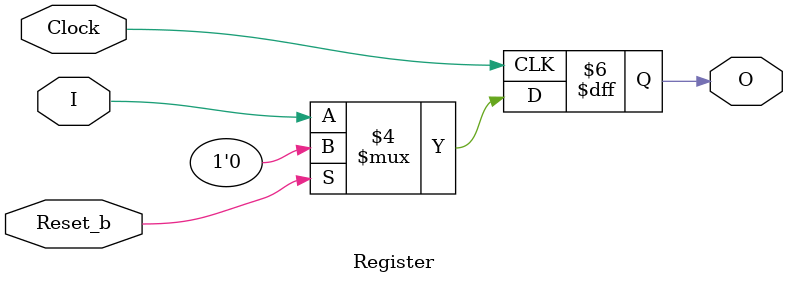
<source format=v>
module part3(SW, LEDR, KEY);
 
 input [9:0] SW;
 input [3:0] KEY;
 output [7:0] LEDR;
 wire [7:0] W;
 assign LSR = KEY[3];
 
 subcircuit s1(.left(LSR*W[0]), .right(W[6]), .parallelLoadn(!KEY[1]), .rotateRight(!KEY[2]), .D(SW[7]), .clock(!KEY[0]), .reset(SW[9]), .Out(W[7]));
 subcircuit s2(.left(W[7]), .right(W[5]), .parallelLoadn(!KEY[1]), .rotateRight(!KEY[2]), .D(SW[6]), .clock(!KEY[0]), .reset(SW[9]), .Out(W[6]));
 subcircuit s3(.left(W[6]), .right(W[4]), .parallelLoadn(!KEY[1]), .rotateRight(!KEY[2]), .D(SW[5]), .clock(!KEY[0]), .reset(SW[9]), .Out(W[5]));
 subcircuit s4(.left(W[5]), .right(W[3]), .parallelLoadn(!KEY[1]), .rotateRight(!KEY[2]), .D(SW[4]), .clock(!KEY[0]), .reset(SW[9]), .Out(W[4]));
 subcircuit s5(.left(W[4]), .right(W[2]), .parallelLoadn(!KEY[1]), .rotateRight(!KEY[2]), .D(SW[3]), .clock(!KEY[0]), .reset(SW[9]), .Out(W[3]));
 subcircuit s6(.left(W[3]), .right(W[1]), .parallelLoadn(!KEY[1]), .rotateRight(!KEY[2]), .D(SW[2]), .clock(!KEY[0]), .reset(SW[9]), .Out(W[2]));
 subcircuit s7(.left(W[2]), .right(W[0]), .parallelLoadn(!KEY[1]), .rotateRight(!KEY[2]), .D(SW[1]), .clock(!KEY[0]), .reset(SW[9]), .Out(W[1]));
 subcircuit s8(.left(W[1]), .right(W[7]), .parallelLoadn(!KEY[1]), .rotateRight(!KEY[2]), .D(SW[0]), .clock(!KEY[0]), .reset(SW[9]), .Out(W[0]));

 assign LEDR = W;
endmodule

module subcircuit(left, right, parallelLoadn, rotateRight, D, clock, reset, Out);

 input parallelLoadn, rotateRight, D, clock, reset, right, left;
 output Out;
 wire w3, w5;
 mux2to1 m1(.x(right), .y(left) , .s(rotateRight), .m(w3));
 mux2to1 m2(.x(D), .y(w3) , .s(parallelLoadn), .m(w5));
 Register r1(.Clock(clock), .Reset_b(reset), .I(w5), .O(Out));
 
endmodule

 
module mux2to1(x, y, s, m);
    input x; //select 0
    input y; //select 1
    input s; //select signal
    output m; //output
  
    //assign m = s & y | ~s & x;
    // OR
    assign m = s ? y : x;

endmodule

module Register(Clock, Reset_b, I, O);

	  input Clock;
	  input Reset_b;
	  input I;
	  output reg O; //output
	  always@(posedge Clock)
	  begin
		 if(Reset_b == 1'b1) 
		  begin
			O <= 0;
		  end
		 else
		  begin	
			O <= I;
	     end 
	  end
endmodule

</source>
